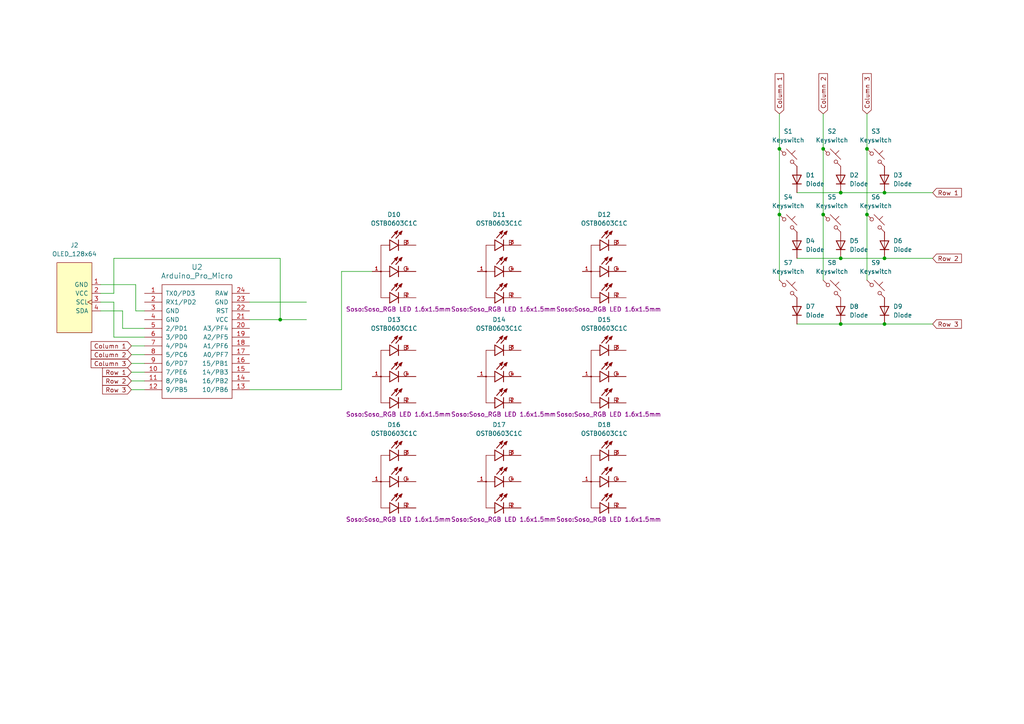
<source format=kicad_sch>
(kicad_sch (version 20231120) (generator "eeschema") (generator_version "8.0")
  (paper "A4")
  (lib_symbols
    (symbol "ScottoKeebs:MCU_Arduino_Pro_Micro" (pin_names (offset 1.016))
      (property "Reference" "U" (at 0 0 0))
      (property "Value" "Arduino_Pro_Micro" (at 0 -19.05 0))
      (symbol "MCU_Arduino_Pro_Micro_0_1"
        (rectangle (start -10.16 16.51) (end 10.16 -16.51))
      )
      (symbol "MCU_Arduino_Pro_Micro_1_1"
        (pin input line (at -15.24 13.97 0) (length 5.08) (name "TX0/PD3") (number "1"))
        (pin input line (at -15.24 -8.89 0) (length 5.08) (name "7/PE6") (number "10"))
        (pin input line (at -15.24 -11.43 0) (length 5.08) (name "8/PB4") (number "11"))
        (pin input line (at -15.24 -13.97 0) (length 5.08) (name "9/PB5") (number "12"))
        (pin input line (at 15.24 -13.97 180) (length 5.08) (name "10/PB6") (number "13"))
        (pin input line (at 15.24 -11.43 180) (length 5.08) (name "16/PB2") (number "14"))
        (pin input line (at 15.24 -8.89 180) (length 5.08) (name "14/PB3") (number "15"))
        (pin input line (at 15.24 -6.35 180) (length 5.08) (name "15/PB1") (number "16"))
        (pin input line (at 15.24 -3.81 180) (length 5.08) (name "A0/PF7") (number "17"))
        (pin input line (at 15.24 -1.27 180) (length 5.08) (name "A1/PF6") (number "18"))
        (pin input line (at 15.24 1.27 180) (length 5.08) (name "A2/PF5") (number "19"))
        (pin input line (at -15.24 11.43 0) (length 5.08) (name "RX1/PD2") (number "2"))
        (pin input line (at 15.24 3.81 180) (length 5.08) (name "A3/PF4") (number "20"))
        (pin input line (at 15.24 6.35 180) (length 5.08) (name "VCC") (number "21"))
        (pin input line (at 15.24 8.89 180) (length 5.08) (name "RST") (number "22"))
        (pin input line (at 15.24 11.43 180) (length 5.08) (name "GND") (number "23"))
        (pin input line (at 15.24 13.97 180) (length 5.08) (name "RAW") (number "24"))
        (pin input line (at -15.24 8.89 0) (length 5.08) (name "GND") (number "3"))
        (pin input line (at -15.24 6.35 0) (length 5.08) (name "GND") (number "4"))
        (pin input line (at -15.24 3.81 0) (length 5.08) (name "2/PD1") (number "5"))
        (pin input line (at -15.24 1.27 0) (length 5.08) (name "3/PD0") (number "6"))
        (pin input line (at -15.24 -1.27 0) (length 5.08) (name "4/PD4") (number "7"))
        (pin input line (at -15.24 -3.81 0) (length 5.08) (name "5/PC6") (number "8"))
        (pin input line (at -15.24 -6.35 0) (length 5.08) (name "6/PD7") (number "9"))
      )
    )
    (symbol "ScottoKeebs:OLED_128x64" (pin_names (offset 1.016))
      (property "Reference" "J" (at 0 -11.43 0))
      (property "Value" "OLED_128x64" (at 0 -7.62 0))
      (symbol "OLED_128x64_0_1"
        (rectangle (start 10.16 -10.16) (end -10.16 0) (fill (type background)))
      )
      (symbol "OLED_128x64_1_1"
        (pin power_in line (at -3.81 2.54 270) (length 2.54) (name "GND") (number "1"))
        (pin power_in line (at -1.27 2.54 270) (length 2.54) (name "VCC") (number "2"))
        (pin input clock (at 1.27 2.54 270) (length 2.54) (name "SCL") (number "3"))
        (pin bidirectional line (at 3.81 2.54 270) (length 2.54) (name "SDA") (number "4"))
      )
    )
    (symbol "ScottoKeebs:Placeholder_Diode" (pin_numbers hide) (pin_names hide)
      (property "Reference" "D" (at 0 2.54 0))
      (property "Value" "Diode" (at 0 -2.54 0))
      (symbol "Placeholder_Diode_0_1"
        (polyline (pts (xy -1.27 1.27) (xy -1.27 -1.27)) (stroke (width 0.254)))
        (polyline (pts (xy 1.27 0) (xy -1.27 0)))
        (polyline (pts (xy 1.27 1.27) (xy 1.27 -1.27) (xy -1.27 0) (xy 1.27 1.27)) (stroke (width 0.254)))
      )
      (symbol "Placeholder_Diode_1_1"
        (pin passive line (at -3.81 0 0) (length 2.54) (name "K") (number "1"))
        (pin passive line (at 3.81 0 180) (length 2.54) (name "A") (number "2"))
      )
    )
    (symbol "ScottoKeebs:Placeholder_Keyswitch" (pin_numbers hide) (pin_names (offset 1.016) hide)
      (property "Reference" "S" (at 3.048 1.016 0))
      (property "Value" "Keyswitch" (at 0 -3.81 0))
      (symbol "Placeholder_Keyswitch_0_1"
        (circle (center -1.1684 1.1684) (radius 0.508))
        (polyline (pts (xy -0.508 2.54) (xy 2.54 -0.508)))
        (polyline (pts (xy 1.016 1.016) (xy 2.032 2.032)))
        (polyline (pts (xy -2.54 2.54) (xy -1.524 1.524) (xy -1.524 1.524)))
        (polyline (pts (xy 1.524 -1.524) (xy 2.54 -2.54) (xy 2.54 -2.54) (xy 2.54 -2.54)))
        (circle (center 1.143 -1.1938) (radius 0.508))
        (pin passive line (at -2.54 2.54 0) (length 0) (name "1") (number "1"))
        (pin passive line (at 2.54 -2.54 180) (length 0) (name "2") (number "2"))
      )
    )
    (symbol "Soso_RGB LED 1.6x1.5mm:OSTB0603C1C" (pin_names (offset 1.016))
      (property "Reference" "D" (at -3.0988 12.1158 0))
      (property "Value" "OSTB0603C1C" (at -3.556 -10.922 0))
      (symbol "OSTB0603C1C_0_0"
        (circle (center -5.08 0) (radius 0.127) (stroke (width 0.254)))
        (polyline (pts (xy -5.08 7.62) (xy -5.08 -7.62)) (stroke (width 0.1524)))
        (polyline (pts (xy -2.54 -9.144) (xy 0 -7.62)) (stroke (width 0.254)))
        (polyline (pts (xy -2.54 -7.62) (xy -5.08 -7.62)) (stroke (width 0.1524)))
        (polyline (pts (xy -2.54 -7.62) (xy -2.54 -9.144)) (stroke (width 0.254)))
        (polyline (pts (xy -2.54 -6.096) (xy -2.54 -7.62)) (stroke (width 0.254)))
        (polyline (pts (xy -2.54 -1.524) (xy 0 0)) (stroke (width 0.254)))
        (polyline (pts (xy -2.54 0) (xy -5.08 0)) (stroke (width 0.1524)))
        (polyline (pts (xy -2.54 0) (xy -2.54 -1.524)) (stroke (width 0.254)))
        (polyline (pts (xy -2.54 1.524) (xy -2.54 0)) (stroke (width 0.254)))
        (polyline (pts (xy -2.54 6.096) (xy 0 7.62)) (stroke (width 0.254)))
        (polyline (pts (xy -2.54 7.62) (xy -5.08 7.62)) (stroke (width 0.1524)))
        (polyline (pts (xy -2.54 7.62) (xy -2.54 6.096)) (stroke (width 0.254)))
        (polyline (pts (xy -2.54 9.144) (xy -2.54 7.62)) (stroke (width 0.254)))
        (polyline (pts (xy -1.1176 -3.937) (xy -0.2286 -3.4544)) (stroke (width 0.254)))
        (polyline (pts (xy -1.1176 3.683) (xy -0.2286 4.1656)) (stroke (width 0.254)))
        (polyline (pts (xy -1.1176 11.303) (xy -0.2286 11.7856)) (stroke (width 0.254)))
        (polyline (pts (xy -0.9398 -4.0132) (xy -0.7112 -3.8608)) (stroke (width 0.254)))
        (polyline (pts (xy -0.9398 3.6068) (xy -0.7112 3.7592)) (stroke (width 0.254)))
        (polyline (pts (xy -0.9398 11.2268) (xy -0.7112 11.3792)) (stroke (width 0.254)))
        (polyline (pts (xy -0.5588 -4.4196) (xy -1.1176 -3.937)) (stroke (width 0.254)))
        (polyline (pts (xy -0.5588 -4.4196) (xy -0.5334 -3.683)) (stroke (width 0.254)))
        (polyline (pts (xy -0.5588 3.2004) (xy -1.1176 3.683)) (stroke (width 0.254)))
        (polyline (pts (xy -0.5588 3.2004) (xy -0.5334 3.937)) (stroke (width 0.254)))
        (polyline (pts (xy -0.5588 10.8204) (xy -1.1176 11.303)) (stroke (width 0.254)))
        (polyline (pts (xy -0.5588 10.8204) (xy -0.5334 11.557)) (stroke (width 0.254)))
        (polyline (pts (xy -0.5334 -3.683) (xy -0.6604 -3.683)) (stroke (width 0.254)))
        (polyline (pts (xy -0.5334 3.937) (xy -0.6604 3.937)) (stroke (width 0.254)))
        (polyline (pts (xy -0.5334 11.557) (xy -0.6604 11.557)) (stroke (width 0.254)))
        (polyline (pts (xy -0.2286 -3.4544) (xy -2.0066 -5.4864)) (stroke (width 0.254)))
        (polyline (pts (xy -0.2286 -3.4544) (xy -0.5588 -4.4196)) (stroke (width 0.254)))
        (polyline (pts (xy -0.2286 4.1656) (xy -2.0066 2.1336)) (stroke (width 0.254)))
        (polyline (pts (xy -0.2286 4.1656) (xy -0.5588 3.2004)) (stroke (width 0.254)))
        (polyline (pts (xy -0.2286 11.7856) (xy -2.0066 9.7536)) (stroke (width 0.254)))
        (polyline (pts (xy -0.2286 11.7856) (xy -0.5588 10.8204)) (stroke (width 0.254)))
        (polyline (pts (xy 0 -7.62) (xy -2.54 -6.096)) (stroke (width 0.254)))
        (polyline (pts (xy 0 -6.096) (xy 0 -9.144)) (stroke (width 0.254)))
        (polyline (pts (xy 0 0) (xy -2.54 1.524)) (stroke (width 0.254)))
        (polyline (pts (xy 0 1.524) (xy 0 -1.524)) (stroke (width 0.254)))
        (polyline (pts (xy 0 7.62) (xy -2.54 9.144)) (stroke (width 0.254)))
        (polyline (pts (xy 0 9.144) (xy 0 6.096)) (stroke (width 0.254)))
        (polyline (pts (xy 0.127 -4.0386) (xy 1.016 -3.556)) (stroke (width 0.254)))
        (polyline (pts (xy 0.127 3.5814) (xy 1.016 4.064)) (stroke (width 0.254)))
        (polyline (pts (xy 0.127 11.2014) (xy 1.016 11.684)) (stroke (width 0.254)))
        (polyline (pts (xy 0.3048 -4.1148) (xy 0.5334 -3.9624)) (stroke (width 0.254)))
        (polyline (pts (xy 0.3048 3.5052) (xy 0.5334 3.6576)) (stroke (width 0.254)))
        (polyline (pts (xy 0.3048 11.1252) (xy 0.5334 11.2776)) (stroke (width 0.254)))
        (polyline (pts (xy 0.6858 -4.5212) (xy 0.127 -4.0386)) (stroke (width 0.254)))
        (polyline (pts (xy 0.6858 -4.5212) (xy 0.7112 -3.7846)) (stroke (width 0.254)))
        (polyline (pts (xy 0.6858 3.0988) (xy 0.127 3.5814)) (stroke (width 0.254)))
        (polyline (pts (xy 0.6858 3.0988) (xy 0.7112 3.8354)) (stroke (width 0.254)))
        (polyline (pts (xy 0.6858 10.7188) (xy 0.127 11.2014)) (stroke (width 0.254)))
        (polyline (pts (xy 0.6858 10.7188) (xy 0.7112 11.4554)) (stroke (width 0.254)))
        (polyline (pts (xy 0.7112 -3.7846) (xy 0.5842 -3.7846)) (stroke (width 0.254)))
        (polyline (pts (xy 0.7112 3.8354) (xy 0.5842 3.8354)) (stroke (width 0.254)))
        (polyline (pts (xy 0.7112 11.4554) (xy 0.5842 11.4554)) (stroke (width 0.254)))
        (polyline (pts (xy 1.016 -3.556) (xy -0.762 -5.588)) (stroke (width 0.254)))
        (polyline (pts (xy 1.016 -3.556) (xy 0.6858 -4.5212)) (stroke (width 0.254)))
        (polyline (pts (xy 1.016 4.064) (xy -0.762 2.032)) (stroke (width 0.254)))
        (polyline (pts (xy 1.016 4.064) (xy 0.6858 3.0988)) (stroke (width 0.254)))
        (polyline (pts (xy 1.016 11.684) (xy -0.762 9.652)) (stroke (width 0.254)))
        (polyline (pts (xy 1.016 11.684) (xy 0.6858 10.7188)) (stroke (width 0.254)))
        (text "B" (at 1.27 7.62 0) (effects (font (size 1.27 1.27)) (justify left bottom)))
        (text "G" (at 1.27 0 0) (effects (font (size 1.27 1.27)) (justify left bottom)))
        (text "R" (at 1.27 -7.62 0) (effects (font (size 1.27 1.27)) (justify left bottom)))
        (pin passive line (at -7.62 0 0) (length 2.54) (name "~") (number "1"))
        (pin passive line (at 5.08 -7.62 180) (length 5.08) (name "~") (number "2"))
        (pin passive line (at 5.08 7.62 180) (length 5.08) (name "~") (number "3"))
        (pin passive line (at 5.08 0 180) (length 5.08) (name "~") (number "4"))
      )
    )
  )
  (junction (at 238.76 62.23))
  (junction (at 81.28 92.71))
  (junction (at 243.84 93.98))
  (junction (at 256.54 55.88))
  (junction (at 226.06 43.18))
  (junction (at 256.54 74.93))
  (junction (at 251.46 62.23))
  (junction (at 243.84 74.93))
  (junction (at 251.46 43.18))
  (junction (at 256.54 93.98))
  (junction (at 238.76 43.18))
  (junction (at 243.84 55.88))
  (junction (at 226.06 62.23))
  (wire (pts (xy 38.1 102.87) (xy 41.91 102.87)))
  (wire (pts (xy 33.02 74.93) (xy 33.02 85.09)))
  (wire (pts (xy 72.39 87.63) (xy 88.9 87.63)))
  (wire (pts (xy 35.56 95.25) (xy 41.91 95.25)))
  (wire (pts (xy 38.1 107.95) (xy 41.91 107.95)))
  (wire (pts (xy 38.1 113.03) (xy 41.91 113.03)))
  (wire (pts (xy 270.51 74.93) (xy 256.54 74.93)))
  (wire (pts (xy 231.14 74.93) (xy 243.84 74.93)))
  (wire (pts (xy 243.84 55.88) (xy 256.54 55.88)))
  (wire (pts (xy 243.84 93.98) (xy 256.54 93.98)))
  (wire (pts (xy 72.39 92.71) (xy 81.28 92.71)))
  (wire (pts (xy 270.51 55.88) (xy 256.54 55.88)))
  (wire (pts (xy 99.06 113.03) (xy 99.06 78.74)))
  (wire (pts (xy 251.46 33.02) (xy 251.46 43.18)))
  (wire (pts (xy 231.14 55.88) (xy 243.84 55.88)))
  (wire (pts (xy 238.76 62.23) (xy 238.76 81.28)))
  (wire (pts (xy 81.28 74.93) (xy 33.02 74.93)))
  (wire (pts (xy 29.21 82.55) (xy 39.37 82.55)))
  (wire (pts (xy 72.39 113.03) (xy 99.06 113.03)))
  (wire (pts (xy 270.51 93.98) (xy 256.54 93.98)))
  (wire (pts (xy 29.21 87.63) (xy 33.02 87.63)))
  (wire (pts (xy 33.02 87.63) (xy 33.02 97.79)))
  (wire (pts (xy 38.1 100.33) (xy 41.91 100.33)))
  (wire (pts (xy 251.46 43.18) (xy 251.46 62.23)))
  (wire (pts (xy 38.1 110.49) (xy 41.91 110.49)))
  (wire (pts (xy 81.28 92.71) (xy 81.28 74.93)))
  (wire (pts (xy 39.37 82.55) (xy 39.37 90.17)))
  (wire (pts (xy 226.06 62.23) (xy 226.06 81.28)))
  (wire (pts (xy 231.14 93.98) (xy 243.84 93.98)))
  (wire (pts (xy 38.1 105.41) (xy 41.91 105.41)))
  (wire (pts (xy 39.37 90.17) (xy 41.91 90.17)))
  (wire (pts (xy 251.46 62.23) (xy 251.46 81.28)))
  (wire (pts (xy 226.06 43.18) (xy 226.06 62.23)))
  (wire (pts (xy 238.76 33.02) (xy 238.76 43.18)))
  (wire (pts (xy 81.28 92.71) (xy 88.9 92.71)))
  (wire (pts (xy 243.84 74.93) (xy 256.54 74.93)))
  (wire (pts (xy 226.06 33.02) (xy 226.06 43.18)))
  (wire (pts (xy 29.21 90.17) (xy 35.56 90.17)))
  (wire (pts (xy 33.02 85.09) (xy 29.21 85.09)))
  (wire (pts (xy 33.02 97.79) (xy 41.91 97.79)))
  (wire (pts (xy 99.06 78.74) (xy 107.95 78.74)))
  (wire (pts (xy 238.76 43.18) (xy 238.76 62.23)))
  (wire (pts (xy 35.56 90.17) (xy 35.56 95.25)))
  (global_label "Column 3" (shape input) (at 38.1 105.41 180) (property "Intersheetrefs" "${INTERSHEET_REFS}" (effects (hide yes))))
  (global_label "Row 1" (shape input) (at 38.1 107.95 180) (property "Intersheetrefs" "${INTERSHEET_REFS}" (effects (hide yes))))
  (global_label "Row 1" (shape input) (at 270.51 55.88 0) (property "Intersheetrefs" "${INTERSHEET_REFS}" (effects (hide yes))))
  (global_label "Column 2" (shape input) (at 38.1 102.87 180) (property "Intersheetrefs" "${INTERSHEET_REFS}" (effects (hide yes))))
  (global_label "Column 1" (shape input) (at 38.1 100.33 180) (property "Intersheetrefs" "${INTERSHEET_REFS}" (effects (hide yes))))
  (global_label "Column 1" (shape input) (at 226.06 33.02 90) (property "Intersheetrefs" "${INTERSHEET_REFS}" (effects (hide yes))))
  (global_label "Row 2" (shape input) (at 270.51 74.93 0) (property "Intersheetrefs" "${INTERSHEET_REFS}" (effects (hide yes))))
  (global_label "Row 3" (shape input) (at 270.51 93.98 0) (property "Intersheetrefs" "${INTERSHEET_REFS}" (effects (hide yes))))
  (global_label "Row 3" (shape input) (at 38.1 113.03 180) (property "Intersheetrefs" "${INTERSHEET_REFS}" (effects (hide yes))))
  (global_label "Column 3" (shape input) (at 251.46 33.02 90) (property "Intersheetrefs" "${INTERSHEET_REFS}" (effects (hide yes))))
  (global_label "Column 2" (shape input) (at 238.76 33.02 90) (property "Intersheetrefs" "${INTERSHEET_REFS}" (effects (hide yes))))
  (global_label "Row 2" (shape input) (at 38.1 110.49 180) (property "Intersheetrefs" "${INTERSHEET_REFS}" (effects (hide yes))))
  (symbol (lib_id "Soso_RGB LED 1.6x1.5mm:OSTB0603C1C") (at 115.57 78.74 0) (unit 1)
    (property "Reference" "D10" (at 114.2842 62.23 0))
    (property "Value" "OSTB0603C1C" (at 114.2842 64.77 0))
    (property "Footprint" "Soso:Soso_RGB LED 1.6x1.5mm" (at 115.57 90.424 0) (effects (justify bottom)))
    (property "MF" "OptoSupply" (effects (hide yes)))
    (property "MAXIMUM_PACKAGE_HEIGHT" "0.6 mm" (effects (hide yes)))
    (property "Package" "0603 OptoSupply" (effects (hide yes)))
    (property "Price" "None" (effects (hide yes)))
    (property "Check_prices" "https://www.snapeda.com/parts/OSTB0603C1C/OptoSupply/view-part/?ref=eda" (effects (hide yes)))
    (property "STANDARD" "Manufacturer Recommendations" (effects (hide yes)))
    (property "PARTREV" "A.3" (effects (hide yes)))
    (property "SnapEDA_Link" "https://www.snapeda.com/parts/OSTB0603C1C/OptoSupply/view-part/?ref=snap" (effects (hide yes)))
    (property "MP" "OSTB0603C1C" (effects (hide yes)))
    (property "Description_1" "\nLED; SMD; 0603; RGB; 1.6x1.5mm; 120°; Variant: tricolou\n" (effects (hide yes)))
    (property "Availability" "Not in stock" (effects (hide yes)))
    (property "MANUFACTURER" "OptoSupply" (effects (hide yes)))
  )
  (symbol (lib_id "ScottoKeebs:Placeholder_Keyswitch") (at 254 64.77 0) (unit 1)
    (property "Reference" "S6" (at 254 57.15 0))
    (property "Value" "Keyswitch" (at 254 59.69 0))
    (property "Footprint" "ScottoKeebs_MX:MX_PCB_1.00u" (effects (hide yes)))
    (property "Description" "Push button switch, normally open, two pins, 45° tilted" (effects (hide yes)))
  )
  (symbol (lib_id "Soso_RGB LED 1.6x1.5mm:OSTB0603C1C") (at 146.05 109.22 0) (unit 1)
    (property "Reference" "D14" (at 144.7642 92.71 0))
    (property "Value" "OSTB0603C1C" (at 144.7642 95.25 0))
    (property "Footprint" "Soso:Soso_RGB LED 1.6x1.5mm" (at 146.05 120.904 0) (effects (justify bottom)))
    (property "MF" "OptoSupply" (effects (hide yes)))
    (property "MAXIMUM_PACKAGE_HEIGHT" "0.6 mm" (effects (hide yes)))
    (property "Package" "0603 OptoSupply" (effects (hide yes)))
    (property "Price" "None" (effects (hide yes)))
    (property "Check_prices" "https://www.snapeda.com/parts/OSTB0603C1C/OptoSupply/view-part/?ref=eda" (effects (hide yes)))
    (property "STANDARD" "Manufacturer Recommendations" (effects (hide yes)))
    (property "PARTREV" "A.3" (effects (hide yes)))
    (property "SnapEDA_Link" "https://www.snapeda.com/parts/OSTB0603C1C/OptoSupply/view-part/?ref=snap" (effects (hide yes)))
    (property "MP" "OSTB0603C1C" (effects (hide yes)))
    (property "Description_1" "\nLED; SMD; 0603; RGB; 1.6x1.5mm; 120°; Variant: tricolou\n" (effects (hide yes)))
    (property "Availability" "Not in stock" (effects (hide yes)))
    (property "MANUFACTURER" "OptoSupply" (effects (hide yes)))
  )
  (symbol (lib_id "Soso_RGB LED 1.6x1.5mm:OSTB0603C1C") (at 176.53 139.7 0) (unit 1)
    (property "Reference" "D18" (at 175.2442 123.19 0))
    (property "Value" "OSTB0603C1C" (at 175.2442 125.73 0))
    (property "Footprint" "Soso:Soso_RGB LED 1.6x1.5mm" (at 176.53 151.384 0) (effects (justify bottom)))
    (property "MF" "OptoSupply" (effects (hide yes)))
    (property "MAXIMUM_PACKAGE_HEIGHT" "0.6 mm" (effects (hide yes)))
    (property "Package" "0603 OptoSupply" (effects (hide yes)))
    (property "Price" "None" (effects (hide yes)))
    (property "Check_prices" "https://www.snapeda.com/parts/OSTB0603C1C/OptoSupply/view-part/?ref=eda" (effects (hide yes)))
    (property "STANDARD" "Manufacturer Recommendations" (effects (hide yes)))
    (property "PARTREV" "A.3" (effects (hide yes)))
    (property "SnapEDA_Link" "https://www.snapeda.com/parts/OSTB0603C1C/OptoSupply/view-part/?ref=snap" (effects (hide yes)))
    (property "MP" "OSTB0603C1C" (effects (hide yes)))
    (property "Description_1" "\nLED; SMD; 0603; RGB; 1.6x1.5mm; 120°; Variant: tricolou\n" (effects (hide yes)))
    (property "Availability" "Not in stock" (effects (hide yes)))
    (property "MANUFACTURER" "OptoSupply" (effects (hide yes)))
  )
  (symbol (lib_id "Soso_RGB LED 1.6x1.5mm:OSTB0603C1C") (at 146.05 78.74 0) (unit 1)
    (property "Reference" "D11" (at 144.7642 62.23 0))
    (property "Value" "OSTB0603C1C" (at 144.7642 64.77 0))
    (property "Footprint" "Soso:Soso_RGB LED 1.6x1.5mm" (at 146.05 90.424 0) (effects (justify bottom)))
    (property "MF" "OptoSupply" (effects (hide yes)))
    (property "MAXIMUM_PACKAGE_HEIGHT" "0.6 mm" (effects (hide yes)))
    (property "Package" "0603 OptoSupply" (effects (hide yes)))
    (property "Price" "None" (effects (hide yes)))
    (property "Check_prices" "https://www.snapeda.com/parts/OSTB0603C1C/OptoSupply/view-part/?ref=eda" (effects (hide yes)))
    (property "STANDARD" "Manufacturer Recommendations" (effects (hide yes)))
    (property "PARTREV" "A.3" (effects (hide yes)))
    (property "SnapEDA_Link" "https://www.snapeda.com/parts/OSTB0603C1C/OptoSupply/view-part/?ref=snap" (effects (hide yes)))
    (property "MP" "OSTB0603C1C" (effects (hide yes)))
    (property "Description_1" "\nLED; SMD; 0603; RGB; 1.6x1.5mm; 120°; Variant: tricolou\n" (effects (hide yes)))
    (property "Availability" "Not in stock" (effects (hide yes)))
    (property "MANUFACTURER" "OptoSupply" (effects (hide yes)))
  )
  (symbol (lib_id "ScottoKeebs:Placeholder_Keyswitch") (at 254 83.82 0) (unit 1)
    (property "Reference" "S9" (at 254 76.2 0))
    (property "Value" "Keyswitch" (at 254 78.74 0))
    (property "Footprint" "ScottoKeebs_MX:MX_PCB_1.00u" (effects (hide yes)))
    (property "Description" "Push button switch, normally open, two pins, 45° tilted" (effects (hide yes)))
  )
  (symbol (lib_id "ScottoKeebs:Placeholder_Keyswitch") (at 241.3 64.77 0) (unit 1)
    (property "Reference" "S5" (at 241.3 57.15 0))
    (property "Value" "Keyswitch" (at 241.3 59.69 0))
    (property "Footprint" "ScottoKeebs_MX:MX_PCB_1.00u" (effects (hide yes)))
    (property "Description" "Push button switch, normally open, two pins, 45° tilted" (effects (hide yes)))
  )
  (symbol (lib_id "ScottoKeebs:Placeholder_Keyswitch") (at 228.6 45.72 0) (unit 1)
    (property "Reference" "S1" (at 228.6 38.1 0))
    (property "Value" "Keyswitch" (at 228.6 40.64 0))
    (property "Footprint" "ScottoKeebs_MX:MX_PCB_1.00u" (effects (hide yes)))
    (property "Description" "Push button switch, normally open, two pins, 45° tilted" (effects (hide yes)))
  )
  (symbol (lib_id "ScottoKeebs:Placeholder_Keyswitch") (at 241.3 45.72 0) (unit 1)
    (property "Reference" "S2" (at 241.3 38.1 0))
    (property "Value" "Keyswitch" (at 241.3 40.64 0))
    (property "Footprint" "ScottoKeebs_MX:MX_PCB_1.00u" (effects (hide yes)))
    (property "Description" "Push button switch, normally open, two pins, 45° tilted" (effects (hide yes)))
  )
  (symbol (lib_id "ScottoKeebs:MCU_Arduino_Pro_Micro") (at 57.15 99.06 0) (unit 1)
    (property "Reference" "U2" (at 57.15 77.47 0) (effects (font (size 1.524 1.524))))
    (property "Value" "Arduino_Pro_Micro" (at 57.15 80.01 0) (effects (font (size 1.524 1.524))))
    (property "Footprint" "ScottoKeebs_MCU:Arduino_Pro_Micro" (effects (hide yes)))
  )
  (symbol (lib_id "ScottoKeebs:Placeholder_Diode") (at 256.54 90.17 90) (unit 1)
    (property "Reference" "D9" (at 259.08 88.8999 90) (effects (justify right)))
    (property "Value" "Diode" (at 259.08 91.4399 90) (effects (justify right)))
    (property "Footprint" "ScottoKeebs_Components:Diode_SOD-123" (effects (hide yes)))
    (property "Description" "1N4148 (DO-35) or 1N4148W (SOD-123)" (effects (hide yes)))
    (property "Sim.Device" "D" (effects (hide yes)))
    (property "Sim.Pins" "1=K 2=A" (effects (hide yes)))
  )
  (symbol (lib_id "ScottoKeebs:Placeholder_Diode") (at 231.14 90.17 90) (unit 1)
    (property "Reference" "D7" (at 233.68 88.8999 90) (effects (justify right)))
    (property "Value" "Diode" (at 233.68 91.4399 90) (effects (justify right)))
    (property "Footprint" "ScottoKeebs_Components:Diode_SOD-123" (effects (hide yes)))
    (property "Description" "1N4148 (DO-35) or 1N4148W (SOD-123)" (effects (hide yes)))
    (property "Sim.Device" "D" (effects (hide yes)))
    (property "Sim.Pins" "1=K 2=A" (effects (hide yes)))
  )
  (symbol (lib_id "ScottoKeebs:Placeholder_Keyswitch") (at 241.3 83.82 0) (unit 1)
    (property "Reference" "S8" (at 241.3 76.2 0))
    (property "Value" "Keyswitch" (at 241.3 78.74 0))
    (property "Footprint" "ScottoKeebs_MX:MX_PCB_1.00u" (effects (hide yes)))
    (property "Description" "Push button switch, normally open, two pins, 45° tilted" (effects (hide yes)))
  )
  (symbol (lib_id "Soso_RGB LED 1.6x1.5mm:OSTB0603C1C") (at 176.53 109.22 0) (unit 1)
    (property "Reference" "D15" (at 175.2442 92.71 0))
    (property "Value" "OSTB0603C1C" (at 175.2442 95.25 0))
    (property "Footprint" "Soso:Soso_RGB LED 1.6x1.5mm" (at 176.53 120.904 0) (effects (justify bottom)))
    (property "MF" "OptoSupply" (effects (hide yes)))
    (property "MAXIMUM_PACKAGE_HEIGHT" "0.6 mm" (effects (hide yes)))
    (property "Package" "0603 OptoSupply" (effects (hide yes)))
    (property "Price" "None" (effects (hide yes)))
    (property "Check_prices" "https://www.snapeda.com/parts/OSTB0603C1C/OptoSupply/view-part/?ref=eda" (effects (hide yes)))
    (property "STANDARD" "Manufacturer Recommendations" (effects (hide yes)))
    (property "PARTREV" "A.3" (effects (hide yes)))
    (property "SnapEDA_Link" "https://www.snapeda.com/parts/OSTB0603C1C/OptoSupply/view-part/?ref=snap" (effects (hide yes)))
    (property "MP" "OSTB0603C1C" (effects (hide yes)))
    (property "Description_1" "\nLED; SMD; 0603; RGB; 1.6x1.5mm; 120°; Variant: tricolou\n" (effects (hide yes)))
    (property "Availability" "Not in stock" (effects (hide yes)))
    (property "MANUFACTURER" "OptoSupply" (effects (hide yes)))
  )
  (symbol (lib_id "Soso_RGB LED 1.6x1.5mm:OSTB0603C1C") (at 176.53 78.74 0) (unit 1)
    (property "Reference" "D12" (at 175.2442 62.23 0))
    (property "Value" "OSTB0603C1C" (at 175.2442 64.77 0))
    (property "Footprint" "Soso:Soso_RGB LED 1.6x1.5mm" (at 176.53 90.424 0) (effects (justify bottom)))
    (property "MF" "OptoSupply" (effects (hide yes)))
    (property "MAXIMUM_PACKAGE_HEIGHT" "0.6 mm" (effects (hide yes)))
    (property "Package" "0603 OptoSupply" (effects (hide yes)))
    (property "Price" "None" (effects (hide yes)))
    (property "Check_prices" "https://www.snapeda.com/parts/OSTB0603C1C/OptoSupply/view-part/?ref=eda" (effects (hide yes)))
    (property "STANDARD" "Manufacturer Recommendations" (effects (hide yes)))
    (property "PARTREV" "A.3" (effects (hide yes)))
    (property "SnapEDA_Link" "https://www.snapeda.com/parts/OSTB0603C1C/OptoSupply/view-part/?ref=snap" (effects (hide yes)))
    (property "MP" "OSTB0603C1C" (effects (hide yes)))
    (property "Description_1" "\nLED; SMD; 0603; RGB; 1.6x1.5mm; 120°; Variant: tricolou\n" (effects (hide yes)))
    (property "Availability" "Not in stock" (effects (hide yes)))
    (property "MANUFACTURER" "OptoSupply" (effects (hide yes)))
  )
  (symbol (lib_id "ScottoKeebs:Placeholder_Keyswitch") (at 228.6 83.82 0) (unit 1)
    (property "Reference" "S7" (at 228.6 76.2 0))
    (property "Value" "Keyswitch" (at 228.6 78.74 0))
    (property "Footprint" "ScottoKeebs_MX:MX_PCB_1.00u" (effects (hide yes)))
    (property "Description" "Push button switch, normally open, two pins, 45° tilted" (effects (hide yes)))
  )
  (symbol (lib_id "ScottoKeebs:Placeholder_Diode") (at 243.84 52.07 90) (unit 1)
    (property "Reference" "D2" (at 246.38 50.7999 90) (effects (justify right)))
    (property "Value" "Diode" (at 246.38 53.3399 90) (effects (justify right)))
    (property "Footprint" "ScottoKeebs_Components:Diode_SOD-123" (effects (hide yes)))
    (property "Description" "1N4148 (DO-35) or 1N4148W (SOD-123)" (effects (hide yes)))
    (property "Sim.Device" "D" (effects (hide yes)))
    (property "Sim.Pins" "1=K 2=A" (effects (hide yes)))
  )
  (symbol (lib_id "ScottoKeebs:Placeholder_Diode") (at 231.14 71.12 90) (unit 1)
    (property "Reference" "D4" (at 233.68 69.8499 90) (effects (justify right)))
    (property "Value" "Diode" (at 233.68 72.3899 90) (effects (justify right)))
    (property "Footprint" "ScottoKeebs_Components:Diode_SOD-123" (effects (hide yes)))
    (property "Description" "1N4148 (DO-35) or 1N4148W (SOD-123)" (effects (hide yes)))
    (property "Sim.Device" "D" (effects (hide yes)))
    (property "Sim.Pins" "1=K 2=A" (effects (hide yes)))
  )
  (symbol (lib_id "ScottoKeebs:Placeholder_Diode") (at 243.84 90.17 90) (unit 1)
    (property "Reference" "D8" (at 246.38 88.8999 90) (effects (justify right)))
    (property "Value" "Diode" (at 246.38 91.4399 90) (effects (justify right)))
    (property "Footprint" "ScottoKeebs_Components:Diode_SOD-123" (effects (hide yes)))
    (property "Description" "1N4148 (DO-35) or 1N4148W (SOD-123)" (effects (hide yes)))
    (property "Sim.Device" "D" (effects (hide yes)))
    (property "Sim.Pins" "1=K 2=A" (effects (hide yes)))
  )
  (symbol (lib_id "Soso_RGB LED 1.6x1.5mm:OSTB0603C1C") (at 146.05 139.7 0) (unit 1)
    (property "Reference" "D17" (at 144.7642 123.19 0))
    (property "Value" "OSTB0603C1C" (at 144.7642 125.73 0))
    (property "Footprint" "Soso:Soso_RGB LED 1.6x1.5mm" (at 146.05 151.384 0) (effects (justify bottom)))
    (property "MF" "OptoSupply" (effects (hide yes)))
    (property "MAXIMUM_PACKAGE_HEIGHT" "0.6 mm" (effects (hide yes)))
    (property "Package" "0603 OptoSupply" (effects (hide yes)))
    (property "Price" "None" (effects (hide yes)))
    (property "Check_prices" "https://www.snapeda.com/parts/OSTB0603C1C/OptoSupply/view-part/?ref=eda" (effects (hide yes)))
    (property "STANDARD" "Manufacturer Recommendations" (effects (hide yes)))
    (property "PARTREV" "A.3" (effects (hide yes)))
    (property "SnapEDA_Link" "https://www.snapeda.com/parts/OSTB0603C1C/OptoSupply/view-part/?ref=snap" (effects (hide yes)))
    (property "MP" "OSTB0603C1C" (effects (hide yes)))
    (property "Description_1" "\nLED; SMD; 0603; RGB; 1.6x1.5mm; 120°; Variant: tricolou\n" (effects (hide yes)))
    (property "Availability" "Not in stock" (effects (hide yes)))
    (property "MANUFACTURER" "OptoSupply" (effects (hide yes)))
  )
  (symbol (lib_id "ScottoKeebs:Placeholder_Diode") (at 256.54 71.12 90) (unit 1)
    (property "Reference" "D6" (at 259.08 69.8499 90) (effects (justify right)))
    (property "Value" "Diode" (at 259.08 72.3899 90) (effects (justify right)))
    (property "Footprint" "ScottoKeebs_Components:Diode_SOD-123" (effects (hide yes)))
    (property "Description" "1N4148 (DO-35) or 1N4148W (SOD-123)" (effects (hide yes)))
    (property "Sim.Device" "D" (effects (hide yes)))
    (property "Sim.Pins" "1=K 2=A" (effects (hide yes)))
  )
  (symbol (lib_id "ScottoKeebs:Placeholder_Diode") (at 256.54 52.07 90) (unit 1)
    (property "Reference" "D3" (at 259.08 50.7999 90) (effects (justify right)))
    (property "Value" "Diode" (at 259.08 53.3399 90) (effects (justify right)))
    (property "Footprint" "ScottoKeebs_Components:Diode_SOD-123" (effects (hide yes)))
    (property "Description" "1N4148 (DO-35) or 1N4148W (SOD-123)" (effects (hide yes)))
    (property "Sim.Device" "D" (effects (hide yes)))
    (property "Sim.Pins" "1=K 2=A" (effects (hide yes)))
  )
  (symbol (lib_id "Soso_RGB LED 1.6x1.5mm:OSTB0603C1C") (at 115.57 139.7 0) (unit 1)
    (property "Reference" "D16" (at 114.2842 123.19 0))
    (property "Value" "OSTB0603C1C" (at 114.2842 125.73 0))
    (property "Footprint" "Soso:Soso_RGB LED 1.6x1.5mm" (at 115.57 151.384 0) (effects (justify bottom)))
    (property "MF" "OptoSupply" (effects (hide yes)))
    (property "MAXIMUM_PACKAGE_HEIGHT" "0.6 mm" (effects (hide yes)))
    (property "Package" "0603 OptoSupply" (effects (hide yes)))
    (property "Price" "None" (effects (hide yes)))
    (property "Check_prices" "https://www.snapeda.com/parts/OSTB0603C1C/OptoSupply/view-part/?ref=eda" (effects (hide yes)))
    (property "STANDARD" "Manufacturer Recommendations" (effects (hide yes)))
    (property "PARTREV" "A.3" (effects (hide yes)))
    (property "SnapEDA_Link" "https://www.snapeda.com/parts/OSTB0603C1C/OptoSupply/view-part/?ref=snap" (effects (hide yes)))
    (property "MP" "OSTB0603C1C" (effects (hide yes)))
    (property "Description_1" "\nLED; SMD; 0603; RGB; 1.6x1.5mm; 120°; Variant: tricolou\n" (effects (hide yes)))
    (property "Availability" "Not in stock" (effects (hide yes)))
    (property "MANUFACTURER" "OptoSupply" (effects (hide yes)))
  )
  (symbol (lib_id "ScottoKeebs:Placeholder_Keyswitch") (at 254 45.72 0) (unit 1)
    (property "Reference" "S3" (at 254 38.1 0))
    (property "Value" "Keyswitch" (at 254 40.64 0))
    (property "Footprint" "ScottoKeebs_MX:MX_PCB_1.00u" (effects (hide yes)))
    (property "Description" "Push button switch, normally open, two pins, 45° tilted" (effects (hide yes)))
  )
  (symbol (lib_id "ScottoKeebs:Placeholder_Diode") (at 231.14 52.07 90) (unit 1)
    (property "Reference" "D1" (at 233.68 50.7999 90) (effects (justify right)))
    (property "Value" "Diode" (at 233.68 53.3399 90) (effects (justify right)))
    (property "Footprint" "ScottoKeebs_Components:Diode_SOD-123" (effects (hide yes)))
    (property "Description" "1N4148 (DO-35) or 1N4148W (SOD-123)" (effects (hide yes)))
    (property "Sim.Device" "D" (effects (hide yes)))
    (property "Sim.Pins" "1=K 2=A" (effects (hide yes)))
  )
  (symbol (lib_id "ScottoKeebs:Placeholder_Diode") (at 243.84 71.12 90) (unit 1)
    (property "Reference" "D5" (at 246.38 69.8499 90) (effects (justify right)))
    (property "Value" "Diode" (at 246.38 72.3899 90) (effects (justify right)))
    (property "Footprint" "ScottoKeebs_Components:Diode_SOD-123" (effects (hide yes)))
    (property "Description" "1N4148 (DO-35) or 1N4148W (SOD-123)" (effects (hide yes)))
    (property "Sim.Device" "D" (effects (hide yes)))
    (property "Sim.Pins" "1=K 2=A" (effects (hide yes)))
  )
  (symbol (lib_id "ScottoKeebs:Placeholder_Keyswitch") (at 228.6 64.77 0) (unit 1)
    (property "Reference" "S4" (at 228.6 57.15 0))
    (property "Value" "Keyswitch" (at 228.6 59.69 0))
    (property "Footprint" "ScottoKeebs_MX:MX_PCB_1.00u" (effects (hide yes)))
    (property "Description" "Push button switch, normally open, two pins, 45° tilted" (effects (hide yes)))
  )
  (symbol (lib_id "ScottoKeebs:OLED_128x64") (at 26.67 86.36 270) (unit 1)
    (property "Reference" "J2" (at 21.59 71.12 90))
    (property "Value" "OLED_128x64" (at 21.59 73.66 90))
    (property "Footprint" "ScottoKeebs_Components:OLED_128x64" (effects (hide yes)))
  )
  (symbol (lib_id "Soso_RGB LED 1.6x1.5mm:OSTB0603C1C") (at 115.57 109.22 0) (unit 1)
    (property "Reference" "D13" (at 114.2842 92.71 0))
    (property "Value" "OSTB0603C1C" (at 114.2842 95.25 0))
    (property "Footprint" "Soso:Soso_RGB LED 1.6x1.5mm" (at 115.57 120.904 0) (effects (justify bottom)))
    (property "MF" "OptoSupply" (effects (hide yes)))
    (property "MAXIMUM_PACKAGE_HEIGHT" "0.6 mm" (effects (hide yes)))
    (property "Package" "0603 OptoSupply" (effects (hide yes)))
    (property "Price" "None" (effects (hide yes)))
    (property "Check_prices" "https://www.snapeda.com/parts/OSTB0603C1C/OptoSupply/view-part/?ref=eda" (effects (hide yes)))
    (property "STANDARD" "Manufacturer Recommendations" (effects (hide yes)))
    (property "PARTREV" "A.3" (effects (hide yes)))
    (property "SnapEDA_Link" "https://www.snapeda.com/parts/OSTB0603C1C/OptoSupply/view-part/?ref=snap" (effects (hide yes)))
    (property "MP" "OSTB0603C1C" (effects (hide yes)))
    (property "Description_1" "\nLED; SMD; 0603; RGB; 1.6x1.5mm; 120°; Variant: tricolou\n" (effects (hide yes)))
    (property "Availability" "Not in stock" (effects (hide yes)))
    (property "MANUFACTURER" "OptoSupply" (effects (hide yes)))
  )
)
</source>
